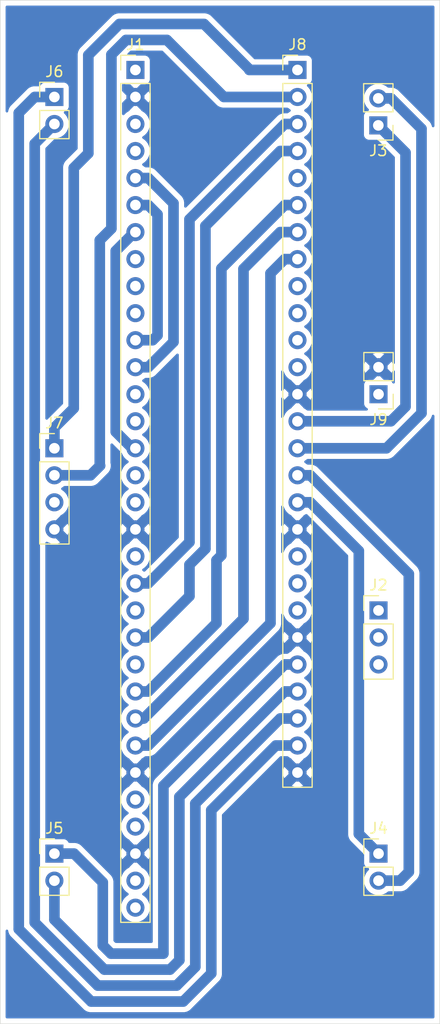
<source format=kicad_pcb>
(kicad_pcb (version 20241229) (generator "pcbnew") (generator_version "9.0")
  (layers (0 "F.Cu" signal) (2 "B.Cu" signal) (13 "F.Paste" user) (15 "B.Paste" user) (5 "F.SilkS" user "F.Silkscreen") (7 "B.SilkS" user "B.Silkscreen") (1 "F.Mask" user) (3 "B.Mask" user) (25 "Edge.Cuts" user))
  (net 0 "")
  (net 2 "Net-(J1-Pin_21)")
  (net 3 "GND")
  (net 4 "Net-(J1-Pin_12)")
  (net 5 "+12V")
  (net 6 "Net-(J1-Pin_17)")
  (net 7 "Net-(J1-Pin_16)")
  (net 8 "Net-(J1-Pin_13)")
  (net 9 "Net-(J1-Pin_20)")
  (net 10 "Net-(J1-Pin_26)")
  (net 11 "+3.3V")
  (net 12 "Net-(J1-Pin_24)")
  (net 13 "Net-(J1-Pin_15)")
  (net 15 "Net-(J1-Pin_11)")
  (net 16 "Net-(J1-Pin_22)")
  (net 18 "+5V")
  (net 21 "Net-(J1-Pin_25)")
  (net 22 "Net-(J2-Pin_2)")
  (net 24 "Net-(J3-Pin_1)")
  (net 25 "Net-(J3-Pin_2)")
  (net 26 "Net-(J4-Pin_2)")
  (net 27 "Net-(J4-Pin_1)")
  (net 28 "Net-(J5-Pin_2)")
  (net 29 "Net-(J5-Pin_1)")
  (net 30 "Net-(J6-Pin_1)")
  (net 31 "Net-(J6-Pin_2)")
  (net 32 "Net-(J7-Pin_1)")
  (net 33 "Net-(J7-Pin_2)")
  (footprint "Connector_PinHeader_2.54mm:PinHeader_1x03_P2.54mm_Vertical" (layer "F.Cu") (at 109.22 93.98)
    (property "Reference" "J2" (at 0 -2.38 0) (layer "F.SilkS"))
    (property "Value" "Conn_01x03_Socket" (hide yes))
    (fp_line (start -1.38 -1.38) (end 0 -1.38) (stroke (width 0.12)) (layer "F.SilkS"))
    (fp_line (start -1.38 0) (end -1.38 -1.38) (stroke (width 0.12)) (layer "F.SilkS"))
    (fp_line (start -1.38 1.27) (end -1.38 6.46) (stroke (width 0.12)) (layer "F.SilkS"))
    (fp_line (start -1.38 1.27) (end 1.38 1.27) (stroke (width 0.12)) (layer "F.SilkS"))
    (fp_line (start -1.38 6.46) (end 1.38 6.46) (stroke (width 0.12)) (layer "F.SilkS"))
    (fp_line (start 1.38 1.27) (end 1.38 6.46) (stroke (width 0.12)) (layer "F.SilkS"))
    (pad "1" thru_hole rect (at 0 0) (size 1.7 1.7) (drill 1) (layers "*.Cu" "*.Mask") (net 5 "+12V"))
    (pad "2" thru_hole circle (at 0 2.54) (size 1.7 1.7) (drill 1) (layers "*.Cu" "*.Mask") (net 22 "Net-(J2-Pin_2)"))
    (pad "3" thru_hole circle (at 0 5.08) (size 1.7 1.7) (drill 1) (layers "*.Cu" "*.Mask"))
  )
  (footprint "Connector_PinHeader_2.54mm:PinHeader_1x04_P2.54mm_Vertical" (layer "F.Cu") (at 78.74 78.74)
    (property "Reference" "J7" (at 0 -2.38 0) (layer "F.SilkS"))
    (property "Value" "Conn_01x04_Socket" (hide yes))
    (fp_line (start -1.38 -1.38) (end 0 -1.38) (stroke (width 0.12)) (layer "F.SilkS"))
    (fp_line (start -1.38 0) (end -1.38 -1.38) (stroke (width 0.12)) (layer "F.SilkS"))
    (fp_line (start -1.38 1.27) (end -1.38 9) (stroke (width 0.12)) (layer "F.SilkS"))
    (fp_line (start -1.38 1.27) (end 1.38 1.27) (stroke (width 0.12)) (layer "F.SilkS"))
    (fp_line (start -1.38 9) (end 1.38 9) (stroke (width 0.12)) (layer "F.SilkS"))
    (fp_line (start 1.38 1.27) (end 1.38 9) (stroke (width 0.12)) (layer "F.SilkS"))
    (pad "1" thru_hole rect (at 0 0) (size 1.7 1.7) (drill 1) (layers "*.Cu" "*.Mask") (net 32 "Net-(J7-Pin_1)"))
    (pad "2" thru_hole circle (at 0 2.54) (size 1.7 1.7) (drill 1) (layers "*.Cu" "*.Mask") (net 33 "Net-(J7-Pin_2)"))
    (pad "3" thru_hole circle (at 0 5.08) (size 1.7 1.7) (drill 1) (layers "*.Cu" "*.Mask") (net 18 "+5V"))
    (pad "4" thru_hole circle (at 0 7.62) (size 1.7 1.7) (drill 1) (layers "*.Cu" "*.Mask") (net 3 "GND") (thermal_bridge_width 1))
  )
  (footprint "Connector_PinHeader_2.54mm:PinHeader_1x02_P2.54mm_Vertical" (layer "F.Cu") (at 78.74 45.72)
    (property "Reference" "J6" (at 0 -2.38 0) (layer "F.SilkS"))
    (property "Value" "Conn_01x02_Socket" (hide yes))
    (fp_line (start -1.38 -1.38) (end 0 -1.38) (stroke (width 0.12)) (layer "F.SilkS"))
    (fp_line (start -1.38 0) (end -1.38 -1.38) (stroke (width 0.12)) (layer "F.SilkS"))
    (fp_line (start -1.38 1.27) (end -1.38 3.92) (stroke (width 0.12)) (layer "F.SilkS"))
    (fp_line (start -1.38 1.27) (end 1.38 1.27) (stroke (width 0.12)) (layer "F.SilkS"))
    (fp_line (start -1.38 3.92) (end 1.38 3.92) (stroke (width 0.12)) (layer "F.SilkS"))
    (fp_line (start 1.38 1.27) (end 1.38 3.92) (stroke (width 0.12)) (layer "F.SilkS"))
    (pad "1" thru_hole rect (at 0 0) (size 1.7 1.7) (drill 1) (layers "*.Cu" "*.Mask") (net 30 "Net-(J6-Pin_1)"))
    (pad "2" thru_hole circle (at 0 2.54) (size 1.7 1.7) (drill 1) (layers "*.Cu" "*.Mask") (net 31 "Net-(J6-Pin_2)"))
  )
  (footprint "Connector_PinHeader_2.54mm:PinHeader_1x27_P2.54mm_Vertical" (layer "F.Cu") (at 101.6 43.18)
    (property "Reference" "J8" (at 0 -2.38 0) (layer "F.SilkS"))
    (property "Value" "Conn_01x27_Socket")
    (fp_line (start -1.38 -1.38) (end 0 -1.38) (stroke (width 0.12)) (layer "F.SilkS"))
    (fp_line (start -1.38 0) (end -1.38 -1.38) (stroke (width 0.12)) (layer "F.SilkS"))
    (fp_line (start -1.38 1.27) (end -1.38 67.42) (stroke (width 0.12)) (layer "F.SilkS"))
    (fp_line (start -1.38 1.27) (end 1.38 1.27) (stroke (width 0.12)) (layer "F.SilkS"))
    (fp_line (start -1.38 67.42) (end 1.38 67.42) (stroke (width 0.12)) (layer "F.SilkS"))
    (fp_line (start 1.38 1.27) (end 1.38 67.42) (stroke (width 0.12)) (layer "F.SilkS"))
    (pad "1" thru_hole rect (at 0 0) (size 1.7 1.7) (drill 1) (layers "*.Cu" "*.Mask") (net 32 "Net-(J7-Pin_1)"))
    (pad "2" thru_hole circle (at 0 2.54) (size 1.7 1.7) (drill 1) (layers "*.Cu" "*.Mask") (net 33 "Net-(J7-Pin_2)"))
    (pad "3" thru_hole circle (at 0 5.08) (size 1.7 1.7) (drill 1) (layers "*.Cu" "*.Mask") (net 9 "Net-(J1-Pin_20)"))
    (pad "4" thru_hole circle (at 0 7.62) (size 1.7 1.7) (drill 1) (layers "*.Cu" "*.Mask") (net 16 "Net-(J1-Pin_22)"))
    (pad "5" thru_hole circle (at 0 10.16) (size 1.7 1.7) (drill 1) (layers "*.Cu" "*.Mask") (net 2 "Net-(J1-Pin_21)"))
    (pad "6" thru_hole circle (at 0 12.7) (size 1.7 1.7) (drill 1) (layers "*.Cu" "*.Mask") (net 12 "Net-(J1-Pin_24)"))
    (pad "7" thru_hole circle (at 0 15.24) (size 1.7 1.7) (drill 1) (layers "*.Cu" "*.Mask") (net 21 "Net-(J1-Pin_25)"))
    (pad "8" thru_hole circle (at 0 17.78) (size 1.7 1.7) (drill 1) (layers "*.Cu" "*.Mask") (net 10 "Net-(J1-Pin_26)"))
    (pad "9" thru_hole circle (at 0 20.32) (size 1.7 1.7) (drill 1) (layers "*.Cu" "*.Mask") (net 8 "Net-(J1-Pin_13)"))
    (pad "10" thru_hole circle (at 0 22.86) (size 1.7 1.7) (drill 1) (layers "*.Cu" "*.Mask"))
    (pad "11" thru_hole circle (at 0 25.4) (size 1.7 1.7) (drill 1) (layers "*.Cu" "*.Mask") (net 5 "+12V"))
    (pad "12" thru_hole circle (at 0 27.94) (size 1.7 1.7) (drill 1) (layers "*.Cu" "*.Mask") (net 11 "+3.3V"))
    (pad "13" thru_hole circle (at 0 30.48) (size 1.7 1.7) (drill 1) (layers "*.Cu" "*.Mask") (net 3 "GND") (thermal_bridge_width 1))
    (pad "14" thru_hole circle (at 0 33.02) (size 1.7 1.7) (drill 1) (layers "*.Cu" "*.Mask") (net 24 "Net-(J3-Pin_1)"))
    (pad "15" thru_hole circle (at 0 35.56) (size 1.7 1.7) (drill 1) (layers "*.Cu" "*.Mask") (net 25 "Net-(J3-Pin_2)"))
    (pad "16" thru_hole circle (at 0 38.1) (size 1.7 1.7) (drill 1) (layers "*.Cu" "*.Mask") (net 26 "Net-(J4-Pin_2)"))
    (pad "17" thru_hole circle (at 0 40.64) (size 1.7 1.7) (drill 1) (layers "*.Cu" "*.Mask") (net 27 "Net-(J4-Pin_1)"))
    (pad "18" thru_hole circle (at 0 43.18) (size 1.7 1.7) (drill 1) (layers "*.Cu" "*.Mask") (net 3 "GND") (thermal_bridge_width 1))
    (pad "19" thru_hole circle (at 0 45.72) (size 1.7 1.7) (drill 1) (layers "*.Cu" "*.Mask"))
    (pad "20" thru_hole circle (at 0 48.26) (size 1.7 1.7) (drill 1) (layers "*.Cu" "*.Mask") (net 5 "+12V"))
    (pad "21" thru_hole circle (at 0 50.8) (size 1.7 1.7) (drill 1) (layers "*.Cu" "*.Mask") (net 11 "+3.3V"))
    (pad "22" thru_hole circle (at 0 53.34) (size 1.7 1.7) (drill 1) (layers "*.Cu" "*.Mask") (net 3 "GND") (thermal_bridge_width 1))
    (pad "23" thru_hole circle (at 0 55.88) (size 1.7 1.7) (drill 1) (layers "*.Cu" "*.Mask") (net 29 "Net-(J5-Pin_1)"))
    (pad "24" thru_hole circle (at 0 58.42) (size 1.7 1.7) (drill 1) (layers "*.Cu" "*.Mask") (net 28 "Net-(J5-Pin_2)"))
    (pad "25" thru_hole circle (at 0 60.96) (size 1.7 1.7) (drill 1) (layers "*.Cu" "*.Mask") (net 31 "Net-(J6-Pin_2)"))
    (pad "26" thru_hole circle (at 0 63.5) (size 1.7 1.7) (drill 1) (layers "*.Cu" "*.Mask") (net 30 "Net-(J6-Pin_1)"))
    (pad "27" thru_hole circle (at 0 66.04) (size 1.7 1.7) (drill 1) (layers "*.Cu" "*.Mask") (net 3 "GND") (thermal_bridge_width 1))
  )
  (footprint "Connector_PinHeader_2.54mm:PinHeader_1x02_P2.54mm_Vertical" (layer "F.Cu") (at 109.2 48.39 180)
    (property "Reference" "J3" (at 0 -2.38 0) (layer "F.SilkS"))
    (property "Value" "Conn_01x02_Socket" (hide yes))
    (fp_line (start 1.38 1.27) (end 1.38 3.92) (stroke (width 0.12)) (layer "F.SilkS"))
    (fp_line (start -1.38 3.92) (end 1.38 3.92) (stroke (width 0.12)) (layer "F.SilkS"))
    (fp_line (start -1.38 1.27) (end 1.38 1.27) (stroke (width 0.12)) (layer "F.SilkS"))
    (fp_line (start -1.38 1.27) (end -1.38 3.92) (stroke (width 0.12)) (layer "F.SilkS"))
    (fp_line (start -1.38 0) (end -1.38 -1.38) (stroke (width 0.12)) (layer "F.SilkS"))
    (fp_line (start -1.38 -1.38) (end 0 -1.38) (stroke (width 0.12)) (layer "F.SilkS"))
    (pad "1" thru_hole rect (at 0 0 180) (size 1.7 1.7) (drill 1) (layers "*.Cu" "*.Mask") (net 24 "Net-(J3-Pin_1)"))
    (pad "2" thru_hole circle (at 0 2.54 180) (size 1.7 1.7) (drill 1) (layers "*.Cu" "*.Mask") (net 25 "Net-(J3-Pin_2)"))
  )
  (footprint "Connector_PinHeader_2.54mm:PinHeader_1x02_P2.54mm_Vertical" (layer "F.Cu") (at 109.22 116.84)
    (property "Reference" "J4" (at 0 -2.38 0) (layer "F.SilkS"))
    (property "Value" "Conn_01x02_Socket" (hide yes))
    (fp_line (start -1.38 -1.38) (end 0 -1.38) (stroke (width 0.12)) (layer "F.SilkS"))
    (fp_line (start -1.38 0) (end -1.38 -1.38) (stroke (width 0.12)) (layer "F.SilkS"))
    (fp_line (start -1.38 1.27) (end -1.38 3.92) (stroke (width 0.12)) (layer "F.SilkS"))
    (fp_line (start -1.38 1.27) (end 1.38 1.27) (stroke (width 0.12)) (layer "F.SilkS"))
    (fp_line (start -1.38 3.92) (end 1.38 3.92) (stroke (width 0.12)) (layer "F.SilkS"))
    (fp_line (start 1.38 1.27) (end 1.38 3.92) (stroke (width 0.12)) (layer "F.SilkS"))
    (pad "1" thru_hole rect (at 0 0) (size 1.7 1.7) (drill 1) (layers "*.Cu" "*.Mask") (net 27 "Net-(J4-Pin_1)"))
    (pad "2" thru_hole circle (at 0 2.54) (size 1.7 1.7) (drill 1) (layers "*.Cu" "*.Mask") (net 26 "Net-(J4-Pin_2)"))
  )
  (footprint "Connector_PinHeader_2.54mm:PinHeader_1x32_P2.54mm_Vertical" (layer "F.Cu") (at 86.36 43.18)
    (property "Reference" "J1" (at 0 -2.38 0) (layer "F.SilkS"))
    (property "Value" "Conn_01x32_Socket")
    (fp_line (start -1.38 -1.38) (end 0 -1.38) (stroke (width 0.12)) (layer "F.SilkS"))
    (fp_line (start -1.38 0) (end -1.38 -1.38) (stroke (width 0.12)) (layer "F.SilkS"))
    (fp_line (start -1.38 1.27) (end -1.38 80.12) (stroke (width 0.12)) (layer "F.SilkS"))
    (fp_line (start -1.38 1.27) (end 1.38 1.27) (stroke (width 0.12)) (layer "F.SilkS"))
    (fp_line (start -1.38 80.12) (end 1.38 80.12) (stroke (width 0.12)) (layer "F.SilkS"))
    (fp_line (start 1.38 1.27) (end 1.38 80.12) (stroke (width 0.12)) (layer "F.SilkS"))
    (pad "1" thru_hole rect (at 0 0) (size 1.7 1.7) (drill 1) (layers "*.Cu" "*.Mask") (net 18 "+5V"))
    (pad "2" thru_hole circle (at 0 2.54) (size 1.7 1.7) (drill 1) (layers "*.Cu" "*.Mask") (net 3 "GND") (thermal_bridge_width 1))
    (pad "3" thru_hole circle (at 0 5.08) (size 1.7 1.7) (drill 1) (layers "*.Cu" "*.Mask") (net 11 "+3.3V"))
    (pad "4" thru_hole circle (at 0 7.62) (size 1.7 1.7) (drill 1) (layers "*.Cu" "*.Mask"))
    (pad "5" thru_hole circle (at 0 10.16) (size 1.7 1.7) (drill 1) (layers "*.Cu" "*.Mask") (net 4 "Net-(J1-Pin_12)"))
    (pad "6" thru_hole circle (at 0 12.7) (size 1.7 1.7) (drill 1) (layers "*.Cu" "*.Mask") (net 15 "Net-(J1-Pin_11)"))
    (pad "7" thru_hole circle (at 0 15.24) (size 1.7 1.7) (drill 1) (layers "*.Cu" "*.Mask") (net 13 "Net-(J1-Pin_15)"))
    (pad "8" thru_hole circle (at 0 17.78) (size 1.7 1.7) (drill 1) (layers "*.Cu" "*.Mask") (net 7 "Net-(J1-Pin_16)"))
    (pad "9" thru_hole circle (at 0 20.32) (size 1.7 1.7) (drill 1) (layers "*.Cu" "*.Mask") (net 6 "Net-(J1-Pin_17)"))
    (pad "10" thru_hole circle (at 0 22.86) (size 1.7 1.7) (drill 1) (layers "*.Cu" "*.Mask"))
    (pad "11" thru_hole circle (at 0 25.4) (size 1.7 1.7) (drill 1) (layers "*.Cu" "*.Mask") (net 15 "Net-(J1-Pin_11)"))
    (pad "12" thru_hole circle (at 0 27.94) (size 1.7 1.7) (drill 1) (layers "*.Cu" "*.Mask") (net 4 "Net-(J1-Pin_12)"))
    (pad "13" thru_hole circle (at 0 30.48) (size 1.7 1.7) (drill 1) (layers "*.Cu" "*.Mask") (net 8 "Net-(J1-Pin_13)"))
    (pad "14" thru_hole circle (at 0 33.02) (size 1.7 1.7) (drill 1) (layers "*.Cu" "*.Mask") (net 11 "+3.3V"))
    (pad "15" thru_hole circle (at 0 35.56) (size 1.7 1.7) (drill 1) (layers "*.Cu" "*.Mask") (net 13 "Net-(J1-Pin_15)"))
    (pad "16" thru_hole circle (at 0 38.1) (size 1.7 1.7) (drill 1) (layers "*.Cu" "*.Mask") (net 7 "Net-(J1-Pin_16)"))
    (pad "17" thru_hole circle (at 0 40.64) (size 1.7 1.7) (drill 1) (layers "*.Cu" "*.Mask") (net 6 "Net-(J1-Pin_17)"))
    (pad "18" thru_hole circle (at 0 43.18) (size 1.7 1.7) (drill 1) (layers "*.Cu" "*.Mask") (net 3 "GND") (thermal_bridge_width 1))
    (pad "19" thru_hole circle (at 0 45.72) (size 1.7 1.7) (drill 1) (layers "*.Cu" "*.Mask"))
    (pad "20" thru_hole circle (at 0 48.26) (size 1.7 1.7) (drill 1) (layers "*.Cu" "*.Mask") (net 9 "Net-(J1-Pin_20)"))
    (pad "21" thru_hole circle (at 0 50.8) (size 1.7 1.7) (drill 1) (layers "*.Cu" "*.Mask") (net 2 "Net-(J1-Pin_21)"))
    (pad "22" thru_hole circle (at 0 53.34) (size 1.7 1.7) (drill 1) (layers "*.Cu" "*.Mask") (net 16 "Net-(J1-Pin_22)"))
    (pad "23" thru_hole circle (at 0 55.88) (size 1.7 1.7) (drill 1) (layers "*.Cu" "*.Mask") (net 11 "+3.3V"))
    (pad "24" thru_hole circle (at 0 58.42) (size 1.7 1.7) (drill 1) (layers "*.Cu" "*.Mask") (net 12 "Net-(J1-Pin_24)"))
    (pad "25" thru_hole circle (at 0 60.96) (size 1.7 1.7) (drill 1) (layers "*.Cu" "*.Mask") (net 21 "Net-(J1-Pin_25)"))
    (pad "26" thru_hole circle (at 0 63.5) (size 1.7 1.7) (drill 1) (layers "*.Cu" "*.Mask") (net 10 "Net-(J1-Pin_26)"))
    (pad "27" thru_hole circle (at 0 66.04) (size 1.7 1.7) (drill 1) (layers "*.Cu" "*.Mask") (net 3 "GND") (thermal_bridge_width 1))
    (pad "28" thru_hole circle (at 0 68.58) (size 1.7 1.7) (drill 1) (layers "*.Cu" "*.Mask"))
    (pad "29" thru_hole circle (at 0 71.12) (size 1.7 1.7) (drill 1) (layers "*.Cu" "*.Mask") (net 18 "+5V"))
    (pad "30" thru_hole circle (at 0 73.66) (size 1.7 1.7) (drill 1) (layers "*.Cu" "*.Mask") (net 3 "GND") (thermal_bridge_width 1))
    (pad "31" thru_hole circle (at 0 76.2) (size 1.7 1.7) (drill 1) (layers "*.Cu" "*.Mask") (net 5 "+12V"))
    (pad "32" thru_hole circle (at 0 78.74) (size 1.7 1.7) (drill 1) (layers "*.Cu" "*.Mask"))
  )
  (footprint "Connector_PinHeader_2.54mm:PinHeader_1x02_P2.54mm_Vertical" (layer "F.Cu") (at 109.22 73.66 180)
    (property "Reference" "J9" (at 0 -2.38 0) (layer "F.SilkS"))
    (property "Value" "Conn_01x02_Socket" (hide yes))
    (fp_line (start 1.38 1.27) (end 1.38 3.92) (stroke (width 0.12)) (layer "F.SilkS"))
    (fp_line (start -1.38 3.92) (end 1.38 3.92) (stroke (width 0.12)) (layer "F.SilkS"))
    (fp_line (start -1.38 1.27) (end 1.38 1.27) (stroke (width 0.12)) (layer "F.SilkS"))
    (fp_line (start -1.38 1.27) (end -1.38 3.92) (stroke (width 0.12)) (layer "F.SilkS"))
    (fp_line (start -1.38 0) (end -1.38 -1.38) (stroke (width 0.12)) (layer "F.SilkS"))
    (fp_line (start -1.38 -1.38) (end 0 -1.38) (stroke (width 0.12)) (layer "F.SilkS"))
    (pad "1" thru_hole rect (at 0 0 180) (size 1.7 1.7) (drill 1) (layers "*.Cu" "*.Mask") (net 22 "Net-(J2-Pin_2)"))
    (pad "2" thru_hole circle (at 0 2.54 180) (size 1.7 1.7) (drill 1) (layers "*.Cu" "*.Mask") (net 3 "GND") (thermal_bridge_width 1))
  )
  (footprint "Connector_PinHeader_2.54mm:PinHeader_1x02_P2.54mm_Vertical" (layer "F.Cu") (at 78.74 116.84)
    (property "Reference" "J5" (at 0 -2.38 0) (layer "F.SilkS"))
    (property "Value" "Conn_01x02_Socket" (hide yes))
    (fp_line (start -1.38 -1.38) (end 0 -1.38) (stroke (width 0.12)) (layer "F.SilkS"))
    (fp_line (start -1.38 0) (end -1.38 -1.38) (stroke (width 0.12)) (layer "F.SilkS"))
    (fp_line (start -1.38 1.27) (end -1.38 3.92) (stroke (width 0.12)) (layer "F.SilkS"))
    (fp_line (start -1.38 1.27) (end 1.38 1.27) (stroke (width 0.12)) (layer "F.SilkS"))
    (fp_line (start -1.38 3.92) (end 1.38 3.92) (stroke (width 0.12)) (layer "F.SilkS"))
    (fp_line (start 1.38 1.27) (end 1.38 3.92) (stroke (width 0.12)) (layer "F.SilkS"))
    (pad "1" thru_hole rect (at 0 0) (size 1.7 1.7) (drill 1) (layers "*.Cu" "*.Mask") (net 29 "Net-(J5-Pin_1)"))
    (pad "2" thru_hole circle (at 0 2.54) (size 1.7 1.7) (drill 1) (layers "*.Cu" "*.Mask") (net 28 "Net-(J5-Pin_2)"))
  )
  (gr_rect (start 73.65 36.63) (end 114.98 132.83) (stroke (width 0.05)) (fill no) (layer "Edge.Cuts"))
  (segment (start 86.28229 93.98) (end 86.36 93.98) (width 1) (layer "B.Cu") (net 2))
  (segment (start 101.6 96.52) (end 101.67771 96.52) (width 1) (layer "B.Cu") (net 3))
  (segment (start 89.939 68.743081) (end 87.562081 71.12) (width 1) (layer "B.Cu") (net 4))
  (segment (start 87.562081 71.12) (end 86.36 71.12) (width 1) (layer "B.Cu") (net 4))
  (segment (start 86.36 53.34) (end 87.562081 53.34) (width 1) (layer "B.Cu") (net 4))
  (segment (start 87.562081 53.34) (end 89.939 55.716919) (width 1) (layer "B.Cu") (net 4))
  (segment (start 89.939 55.716919) (end 89.939 68.743081) (width 1) (layer "B.Cu") (net 4))
  (segment (start 101.6 48.26) (end 100.397919 48.26) (width 1) (layer "B.Cu") (net 9))
  (segment (start 100.397919 48.26) (end 91.44 57.217919) (width 1) (layer "B.Cu") (net 9))
  (segment (start 91.44 87.562081) (end 87.562081 91.44) (width 1) (layer "B.Cu") (net 9))
  (segment (start 91.44 57.217919) (end 91.44 87.562081) (width 1) (layer "B.Cu") (net 9))
  (segment (start 87.562081 91.44) (end 86.36 91.44) (width 1) (layer "B.Cu") (net 9))
  (segment (start 87.562081 106.68) (end 86.36 106.68) (width 1) (layer "B.Cu") (net 10))
  (segment (start 99.06 95.182081) (end 87.562081 106.68) (width 1) (layer "B.Cu") (net 10))
  (segment (start 101.6 60.96) (end 100.397919 60.96) (width 1) (layer "B.Cu") (net 10))
  (segment (start 100.397919 60.96) (end 99.06 62.297919) (width 1) (layer "B.Cu") (net 10))
  (segment (start 99.06 62.297919) (end 99.06 95.182081) (width 1) (layer "B.Cu") (net 10))
  (segment (start 100.397919 55.88) (end 94.442 61.835919) (width 1) (layer "B.Cu") (net 12))
  (segment (start 94.442 61.835919) (end 94.442 88.80555) (width 1) (layer "B.Cu") (net 12))
  (segment (start 94.442 88.80555) (end 93.98 89.267549) (width 1) (layer "B.Cu") (net 12))
  (segment (start 93.98 89.267549) (end 93.98 95.182081) (width 1) (layer "B.Cu") (net 12))
  (segment (start 101.6 55.88) (end 100.397919 55.88) (width 1) (layer "B.Cu") (net 12))
  (segment (start 93.98 95.182081) (end 87.562081 101.6) (width 1) (layer "B.Cu") (net 12))
  (segment (start 87.562081 101.6) (end 86.36 101.6) (width 1) (layer "B.Cu") (net 12))
  (segment (start 86.36 58.42) (end 86.28229 58.42) (width 1) (layer "B.Cu") (net 13))
  (segment (start 86.28229 58.42) (end 84.509 60.19329) (width 1) (layer "B.Cu") (net 13))
  (segment (start 84.509 60.19329) (end 84.509 77.189) (width 1) (layer "B.Cu") (net 13))
  (segment (start 84.509 77.189) (end 86.06 78.74) (width 1) (layer "B.Cu") (net 13))
  (segment (start 86.06 78.74) (end 86.36 78.74) (width 1) (layer "B.Cu") (net 13))
  (segment (start 87.979347 68.58) (end 86.36 68.58) (width 1) (layer "B.Cu") (net 15))
  (segment (start 88.438 68.121347) (end 87.979347 68.58) (width 1) (layer "B.Cu") (net 15))
  (segment (start 86.36 55.88) (end 87.562081 55.88) (width 1) (layer "B.Cu") (net 15))
  (segment (start 88.438 56.755919) (end 88.438 68.121347) (width 1) (layer "B.Cu") (net 15))
  (segment (start 87.562081 55.88) (end 88.438 56.755919) (width 1) (layer "B.Cu") (net 15))
  (segment (start 99.980653 50.8) (end 92.941 57.839653) (width 1) (layer "B.Cu") (net 16))
  (segment (start 101.6 50.8) (end 99.980653 50.8) (width 1) (layer "B.Cu") (net 16))
  (segment (start 87.562081 96.52) (end 86.36 96.52) (width 1) (layer "B.Cu") (net 16))
  (segment (start 92.941 88.183815) (end 91.44 89.684815) (width 1) (layer "B.Cu") (net 16))
  (segment (start 91.44 89.684815) (end 91.44 92.642081) (width 1) (layer "B.Cu") (net 16))
  (segment (start 91.44 92.642081) (end 87.562081 96.52) (width 1) (layer "B.Cu") (net 16))
  (segment (start 92.941 57.839653) (end 92.941 88.183815) (width 1) (layer "B.Cu") (net 16))
  (segment (start 99.980653 58.42) (end 96.52 61.880653) (width 1) (layer "B.Cu") (net 21))
  (segment (start 96.52 61.880653) (end 96.52 94.764816) (width 1) (layer "B.Cu") (net 21))
  (segment (start 101.6 58.42) (end 99.980653 58.42) (width 1) (layer "B.Cu") (net 21))
  (segment (start 96.52 94.764816) (end 87.144816 104.14) (width 1) (layer "B.Cu") (net 21))
  (segment (start 87.144816 104.14) (end 86.36 104.14) (width 1) (layer "B.Cu") (net 21))
  (segment (start 111.76 50.95) (end 109.2 48.39) (width 1) (layer "B.Cu") (net 24))
  (segment (start 111.76 74.822) (end 111.76 50.95) (width 1) (layer "B.Cu") (net 24))
  (segment (start 110.382 76.2) (end 111.76 74.822) (width 1) (layer "B.Cu") (net 24))
  (segment (start 101.6 76.2) (end 110.382 76.2) (width 1) (layer "B.Cu") (net 24))
  (segment (start 113.261 75.443735) (end 113.261 48.708919) (width 1) (layer "B.Cu") (net 25))
  (segment (start 101.6 78.74) (end 109.964734 78.74) (width 1) (layer "B.Cu") (net 25))
  (segment (start 110.402081 45.85) (end 109.2 45.85) (width 1) (layer "B.Cu") (net 25))
  (segment (start 113.261 48.708919) (end 110.402081 45.85) (width 1) (layer "B.Cu") (net 25))
  (segment (start 109.964734 78.74) (end 113.261 75.443735) (width 1) (layer "B.Cu") (net 25))
  (segment (start 112.07 90.547919) (end 112.07 118.56) (width 1) (layer "B.Cu") (net 26))
  (segment (start 112.07 118.56) (end 111.25 119.38) (width 1) (layer "B.Cu") (net 26))
  (segment (start 111.25 119.38) (end 109.22 119.38) (width 1) (layer "B.Cu") (net 26))
  (segment (start 102.802081 81.28) (end 112.07 90.547919) (width 1) (layer "B.Cu") (net 26))
  (segment (start 101.6 81.28) (end 102.802081 81.28) (width 1) (layer "B.Cu") (net 26))
  (segment (start 102.802081 83.82) (end 101.6 83.82) (width 1) (layer "B.Cu") (net 27))
  (segment (start 107.369 88.386919) (end 102.802081 83.82) (width 1) (layer "B.Cu") (net 27))
  (segment (start 109.22 116.84) (end 107.369 114.989) (width 1) (layer "B.Cu") (net 27))
  (segment (start 107.369 114.989) (end 107.369 88.386919) (width 1) (layer "B.Cu") (net 27))
  (segment (start 83.438265 127.741) (end 78.74 123.042735) (width 1) (layer "B.Cu") (net 28))
  (segment (start 90.491 111.506919) (end 90.491 126.861735) (width 1) (layer "B.Cu") (net 28))
  (segment (start 78.74 123.042735) (end 78.74 119.38) (width 1) (layer "B.Cu") (net 28))
  (segment (start 90.491 126.861735) (end 89.611735 127.741) (width 1) (layer "B.Cu") (net 28))
  (segment (start 100.397919 101.6) (end 90.491 111.506919) (width 1) (layer "B.Cu") (net 28))
  (segment (start 89.611735 127.741) (end 83.438265 127.741) (width 1) (layer "B.Cu") (net 28))
  (segment (start 101.6 101.6) (end 100.397919 101.6) (width 1) (layer "B.Cu") (net 28))
  (segment (start 83.29 125.47) (end 83.29 119.54) (width 1) (layer "B.Cu") (net 29))
  (segment (start 88.99 126.24) (end 84.06 126.24) (width 1) (layer "B.Cu") (net 29))
  (segment (start 100.397919 99.06) (end 88.99 110.467919) (width 1) (layer "B.Cu") (net 29))
  (segment (start 101.6 99.06) (end 100.397919 99.06) (width 1) (layer "B.Cu") (net 29))
  (segment (start 83.29 119.54) (end 80.59 116.84) (width 1) (layer "B.Cu") (net 29))
  (segment (start 84.06 126.24) (end 83.29 125.47) (width 1) (layer "B.Cu") (net 29))
  (segment (start 80.59 116.84) (end 78.74 116.84) (width 1) (layer "B.Cu") (net 29))
  (segment (start 88.99 110.467919) (end 88.99 126.24) (width 1) (layer "B.Cu") (net 29))
  (segment (start 99.563387 106.68) (end 93.493 112.750387) (width 1) (layer "B.Cu") (net 30))
  (segment (start 82.194795 130.743) (end 75.388 123.936204) (width 1) (layer "B.Cu") (net 30))
  (segment (start 90.855203 130.743) (end 82.194795 130.743) (width 1) (layer "B.Cu") (net 30))
  (segment (start 101.6 106.68) (end 99.563387 106.68) (width 1) (layer "B.Cu") (net 30))
  (segment (start 75.388 123.936204) (end 75.388 47.222) (width 1) (layer "B.Cu") (net 30))
  (segment (start 76.89 45.72) (end 78.74 45.72) (width 1) (layer "B.Cu") (net 30))
  (segment (start 93.493 128.105204) (end 90.855203 130.743) (width 1) (layer "B.Cu") (net 30))
  (segment (start 75.388 47.222) (end 76.89 45.72) (width 1) (layer "B.Cu") (net 30))
  (segment (start 93.493 112.750387) (end 93.493 128.105204) (width 1) (layer "B.Cu") (net 30))
  (segment (start 91.992 112.128653) (end 91.992 127.483469) (width 1) (layer "B.Cu") (net 31))
  (segment (start 101.6 104.14) (end 99.980653 104.14) (width 1) (layer "B.Cu") (net 31))
  (segment (start 99.980653 104.14) (end 91.992 112.128653) (width 1) (layer "B.Cu") (net 31))
  (segment (start 90.233469 129.242) (end 82.81653 129.242) (width 1) (layer "B.Cu") (net 31))
  (segment (start 82.81653 129.242) (end 76.889 123.31447) (width 1) (layer "B.Cu") (net 31))
  (segment (start 76.889 50.111) (end 78.74 48.26) (width 1) (layer "B.Cu") (net 31))
  (segment (start 91.992 127.483469) (end 90.233469 129.242) (width 1) (layer "B.Cu") (net 31))
  (segment (start 76.889 123.31447) (end 76.889 50.111) (width 1) (layer "B.Cu") (net 31))
  (segment (start 81.93 41.785265) (end 84.856265 38.859) (width 1) (layer "B.Cu") (net 32))
  (segment (start 97.0995 43.1495) (end 97.069 43.18) (width 1) (layer "B.Cu") (net 32))
  (segment (start 78.74 76.8) (end 80.56 74.98) (width 1) (layer "B.Cu") (net 32))
  (segment (start 81.93 51.02) (end 81.93 41.785265) (width 1) (layer "B.Cu") (net 32))
  (segment (start 97.069 43.18) (end 101.6 43.18) (width 1) (layer "B.Cu") (net 32))
  (segment (start 78.74 78.74) (end 78.74 76.8) (width 1) (layer "B.Cu") (net 32))
  (segment (start 92.809 38.859) (end 97.0995 43.1495) (width 1) (layer "B.Cu") (net 32))
  (segment (start 84.856265 38.859) (end 92.809 38.859) (width 1) (layer "B.Cu") (net 32))
  (segment (start 80.56 74.98) (end 80.56 52.39) (width 1) (layer "B.Cu") (net 32))
  (segment (start 80.56 52.39) (end 81.93 51.02) (width 1) (layer "B.Cu") (net 32))
  (segment (start 84.1 58.09) (end 83.008 59.182) (width 1) (layer "B.Cu") (net 33))
  (segment (start 83.04 80.37) (end 82.13 81.28) (width 1) (layer "B.Cu") (net 33))
  (segment (start 101.6 45.72) (end 94.68 45.72) (width 1) (layer "B.Cu") (net 33))
  (segment (start 94.68 45.72) (end 89.32 40.36) (width 1) (layer "B.Cu") (net 33))
  (segment (start 84.1 41.738) (end 84.1 58.09) (width 1) (layer "B.Cu") (net 33))
  (segment (start 85.478 40.36) (end 84.1 41.738) (width 1) (layer "B.Cu") (net 33))
  (segment (start 82.13 81.28) (end 78.74 81.28) (width 1) (layer "B.Cu") (net 33))
  (segment (start 83.008 59.182) (end 83.008 80.338) (width 1) (layer "B.Cu") (net 33))
  (segment (start 89.32 40.36) (end 85.478 40.36) (width 1) (layer "B.Cu") (net 33))
  (segment (start 83.008 80.338) (end 83.04 80.37) (width 1) (layer "B.Cu") (net 33))
  (zone (net 3) (net_name "GND") (layer "B.Cu") (connect_pads (clearance 0.5)) (min_thickness 0.25) (fill yes (thermal_gap 0.5) (thermal_bridge_width 0.5))
    (polygon (pts (xy 73.66 37.084) (xy 114.808 37.084) (xy 114.808 132.588) (xy 73.66 132.588)))
  )
)
</source>
